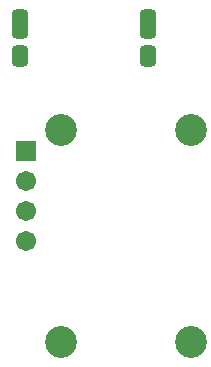
<source format=gbs>
G04 Layer_Color=16711935*
%FSLAX24Y24*%
%MOIN*%
G70*
G01*
G75*
G04:AMPARAMS|DCode=45|XSize=55.2mil|YSize=71mil|CornerRadius=15.8mil|HoleSize=0mil|Usage=FLASHONLY|Rotation=0.000|XOffset=0mil|YOffset=0mil|HoleType=Round|Shape=RoundedRectangle|*
%AMROUNDEDRECTD45*
21,1,0.0552,0.0394,0,0,0.0*
21,1,0.0236,0.0710,0,0,0.0*
1,1,0.0316,0.0118,-0.0197*
1,1,0.0316,-0.0118,-0.0197*
1,1,0.0316,-0.0118,0.0197*
1,1,0.0316,0.0118,0.0197*
%
%ADD45ROUNDEDRECTD45*%
G04:AMPARAMS|DCode=46|XSize=55.2mil|YSize=98.6mil|CornerRadius=15.8mil|HoleSize=0mil|Usage=FLASHONLY|Rotation=0.000|XOffset=0mil|YOffset=0mil|HoleType=Round|Shape=RoundedRectangle|*
%AMROUNDEDRECTD46*
21,1,0.0552,0.0669,0,0,0.0*
21,1,0.0236,0.0986,0,0,0.0*
1,1,0.0316,0.0118,-0.0335*
1,1,0.0316,-0.0118,-0.0335*
1,1,0.0316,-0.0118,0.0335*
1,1,0.0316,0.0118,0.0335*
%
%ADD46ROUNDEDRECTD46*%
%ADD47C,0.0671*%
%ADD48R,0.0671X0.0671*%
%ADD49C,0.1064*%
D45*
X4843Y10280D02*
D03*
X571D02*
D03*
D46*
Y11323D02*
D03*
X4843D02*
D03*
D47*
X770Y4090D02*
D03*
Y5090D02*
D03*
Y6090D02*
D03*
D48*
Y7090D02*
D03*
D49*
X1919Y720D02*
D03*
X1919Y7810D02*
D03*
X6250D02*
D03*
Y720D02*
D03*
M02*

</source>
